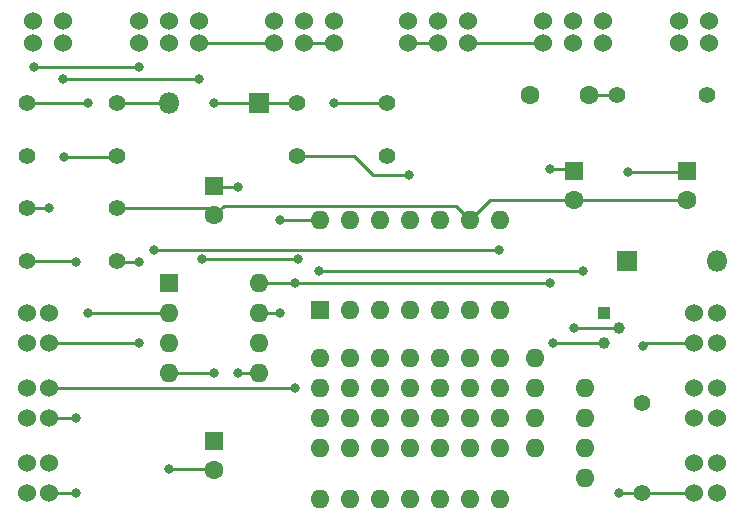
<source format=gbr>
%TF.GenerationSoftware,KiCad,Pcbnew,(2017-09-01 revision 8d1475135)-makepkg*%
%TF.CreationDate,2017-12-27T16:35:41-08:00*%
%TF.ProjectId,workshop_drum1,776F726B73686F705F6472756D312E6B,rev?*%
%TF.SameCoordinates,Original*%
%TF.FileFunction,Copper,L2,Bot,Signal*%
%TF.FilePolarity,Positive*%
%FSLAX46Y46*%
G04 Gerber Fmt 4.6, Leading zero omitted, Abs format (unit mm)*
G04 Created by KiCad (PCBNEW (2017-09-01 revision 8d1475135)-makepkg) date 12/27/17 16:35:41*
%MOMM*%
%LPD*%
G01*
G04 APERTURE LIST*
%TA.AperFunction,ComponentPad*%
%ADD10O,1.600000X1.600000*%
%TD*%
%TA.AperFunction,ComponentPad*%
%ADD11C,1.600000*%
%TD*%
%TA.AperFunction,ComponentPad*%
%ADD12R,1.600000X1.600000*%
%TD*%
%TA.AperFunction,ComponentPad*%
%ADD13C,1.524000*%
%TD*%
%TA.AperFunction,ComponentPad*%
%ADD14O,1.800000X1.800000*%
%TD*%
%TA.AperFunction,ComponentPad*%
%ADD15R,1.800000X1.800000*%
%TD*%
%TA.AperFunction,ComponentPad*%
%ADD16C,1.397000*%
%TD*%
%TA.AperFunction,ComponentPad*%
%ADD17R,1.000000X1.000000*%
%TD*%
%TA.AperFunction,ComponentPad*%
%ADD18C,1.000000*%
%TD*%
%TA.AperFunction,ViaPad*%
%ADD19C,0.800000*%
%TD*%
%TA.AperFunction,Conductor*%
%ADD20C,0.250000*%
%TD*%
G04 APERTURE END LIST*
D10*
%TO.P,EnvelopeAndVoltageStarve1,1*%
%TO.N,Net-(EnvelopeAndVoltageStarve1-Pad1)*%
X49149000Y6387030D03*
X49149000Y8927030D03*
X49149000Y11467030D03*
X49149000Y3847030D03*
%TD*%
D11*
%TO.P,C2,2*%
%TO.N,GND*%
X17780000Y26075000D03*
D12*
%TO.P,C2,1*%
%TO.N,Net-(C2-Pad1)*%
X17780000Y28575000D03*
%TD*%
D10*
%TO.P,PathToSwitch1,1*%
%TO.N,Net-(Osc_Select1-Pad3)*%
X44932600Y8890000D03*
X44932600Y11430000D03*
X44932600Y13970000D03*
X44932600Y6350000D03*
%TD*%
%TO.P,IN1,1*%
%TO.N,Net-(IN1-Pad1)*%
X26771600Y13970000D03*
X26771600Y6350000D03*
X26771600Y8890000D03*
X26771600Y11430000D03*
%TD*%
%TO.P,IN2,1*%
%TO.N,Net-(IN2-Pad1)*%
X31851600Y11430000D03*
X31851600Y8890000D03*
X31851600Y6350000D03*
X31851600Y13970000D03*
%TD*%
%TO.P,IN3,1*%
%TO.N,Net-(IN3-Pad1)*%
X36931600Y13970000D03*
X36931600Y6350000D03*
X36931600Y8890000D03*
X36931600Y11430000D03*
%TD*%
%TO.P,OUT1,1*%
%TO.N,Net-(OUT1-Pad1)*%
X29311600Y11430000D03*
X29311600Y8890000D03*
X29311600Y6350000D03*
X29311600Y13970000D03*
%TD*%
%TO.P,OUT2,1*%
%TO.N,Net-(OUT2-Pad1)*%
X34391600Y13970000D03*
X34391600Y6350000D03*
X34391600Y8890000D03*
X34391600Y11430000D03*
%TD*%
%TO.P,OUT3,1*%
%TO.N,Net-(OUT3-Pad1)*%
X39471600Y11430000D03*
X39471600Y8890000D03*
X39471600Y6350000D03*
X39471600Y13970000D03*
%TD*%
%TO.P,GND1,1*%
%TO.N,Net-(GND1-Pad1)*%
X42011600Y11430000D03*
X42011600Y8890000D03*
X42011600Y6350000D03*
X42011600Y13970000D03*
%TD*%
%TO.P,GND2,1*%
%TO.N,Net-(GND1-Pad1)*%
X29311600Y2057400D03*
X31851600Y2057400D03*
X34391600Y2057400D03*
X26771600Y2057400D03*
X36931600Y2057400D03*
X42011600Y2057400D03*
X39471600Y2057400D03*
%TD*%
D13*
%TO.P,ON/OFF_LED1,*%
%TO.N,*%
X60325000Y15240000D03*
X60325000Y17780000D03*
%TO.P,ON/OFF_LED1,1*%
%TO.N,Net-(ON/OFF_LED1-Pad1)*%
X58420000Y15240000D03*
%TO.P,ON/OFF_LED1,2*%
%TO.N,Net-(D1-Pad2)*%
X58420000Y17780000D03*
%TD*%
%TO.P,Trig_LED1,2*%
%TO.N,Net-(Trig_LED1-Pad2)*%
X3810000Y15240000D03*
%TO.P,Trig_LED1,1*%
%TO.N,Net-(R8-Pad2)*%
X3810000Y17780000D03*
%TO.P,Trig_LED1,*%
%TO.N,*%
X1905000Y15240000D03*
X1905000Y17780000D03*
%TD*%
D11*
%TO.P,C5,1*%
%TO.N,Net-(C5-Pad1)*%
X49530000Y36258500D03*
%TO.P,C5,2*%
%TO.N,Net-(C5-Pad2)*%
X44530000Y36258500D03*
%TD*%
%TO.P,C4,2*%
%TO.N,GND*%
X17780000Y4485000D03*
D12*
%TO.P,C4,1*%
%TO.N,Net-(C4-Pad1)*%
X17780000Y6985000D03*
%TD*%
%TO.P,C1,1*%
%TO.N,Net-(C1-Pad1)*%
X57785000Y29845000D03*
D11*
%TO.P,C1,2*%
%TO.N,GND*%
X57785000Y27345000D03*
%TD*%
D12*
%TO.P,C3,1*%
%TO.N,+5V*%
X48260000Y29845000D03*
D11*
%TO.P,C3,2*%
%TO.N,GND*%
X48260000Y27345000D03*
%TD*%
D14*
%TO.P,D2,2*%
%TO.N,Net-(D2-Pad2)*%
X13970000Y35560000D03*
D15*
%TO.P,D2,1*%
%TO.N,Net-(C2-Pad1)*%
X21590000Y35560000D03*
%TD*%
%TO.P,D1,1*%
%TO.N,Net-(C1-Pad1)*%
X52705000Y22225000D03*
D14*
%TO.P,D1,2*%
%TO.N,Net-(D1-Pad2)*%
X60325000Y22225000D03*
%TD*%
D16*
%TO.P,R8,2*%
%TO.N,Net-(R8-Pad2)*%
X1905000Y26670000D03*
%TO.P,R8,1*%
%TO.N,GND*%
X9525000Y26670000D03*
%TD*%
%TO.P,R7,1*%
%TO.N,Net-(C5-Pad1)*%
X51879500Y36258500D03*
%TO.P,R7,2*%
%TO.N,Net-(J3-Pad1)*%
X59499500Y36258500D03*
%TD*%
%TO.P,R6,2*%
%TO.N,Net-(PITCH1-Pad1)*%
X32385000Y31115000D03*
%TO.P,R6,1*%
%TO.N,Net-(C4-Pad1)*%
X24765000Y31115000D03*
%TD*%
%TO.P,R5,1*%
%TO.N,Net-(DECAY1-Pad2)*%
X32385000Y35560000D03*
%TO.P,R5,2*%
%TO.N,Net-(C2-Pad1)*%
X24765000Y35560000D03*
%TD*%
%TO.P,R4,2*%
%TO.N,Net-(R2-Pad1)*%
X1905000Y35560000D03*
%TO.P,R4,1*%
%TO.N,Net-(D2-Pad2)*%
X9525000Y35560000D03*
%TD*%
%TO.P,R3,1*%
%TO.N,Net-(ON/OFF_LED1-Pad1)*%
X53975000Y10160000D03*
%TO.P,R3,2*%
%TO.N,GND*%
X53975000Y2540000D03*
%TD*%
%TO.P,R2,2*%
%TO.N,GND*%
X9525000Y31115000D03*
%TO.P,R2,1*%
%TO.N,Net-(R2-Pad1)*%
X1905000Y31115000D03*
%TD*%
%TO.P,R1,1*%
%TO.N,Net-(J2-Pad1)*%
X9525000Y22225000D03*
%TO.P,R1,2*%
%TO.N,Net-(Button_ON1-Pad1)*%
X1905000Y22225000D03*
%TD*%
D17*
%TO.P,U3,1*%
%TO.N,Net-(C1-Pad1)*%
X50800000Y17780000D03*
D18*
%TO.P,U3,3*%
%TO.N,+5V*%
X50800000Y15240000D03*
%TO.P,U3,2*%
%TO.N,GND*%
X52070000Y16510000D03*
%TD*%
D13*
%TO.P,J1,1*%
%TO.N,Net-(J1-Pad1)*%
X58420000Y5080000D03*
%TO.P,J1,2*%
%TO.N,GND*%
X58420000Y2540000D03*
%TO.P,J1,*%
%TO.N,*%
X60325000Y5080000D03*
X60325000Y2540000D03*
%TD*%
%TO.P,J2,*%
%TO.N,*%
X5016500Y42545000D03*
X2476500Y42545000D03*
%TO.P,J2,2*%
%TO.N,GND*%
X5016500Y40640000D03*
%TO.P,J2,1*%
%TO.N,Net-(J2-Pad1)*%
X2476500Y40640000D03*
%TD*%
%TO.P,J3,1*%
%TO.N,Net-(J3-Pad1)*%
X57150000Y40640000D03*
%TO.P,J3,2*%
%TO.N,GND*%
X59690000Y40640000D03*
%TO.P,J3,*%
%TO.N,*%
X57150000Y42545000D03*
X59690000Y42545000D03*
%TD*%
%TO.P,DECAY1,*%
%TO.N,*%
X25400000Y42545000D03*
X22860000Y42545000D03*
%TO.P,DECAY1,2*%
%TO.N,Net-(DECAY1-Pad2)*%
X25400000Y40640000D03*
%TO.P,DECAY1,1*%
%TO.N,GND*%
X22860000Y40640000D03*
%TO.P,DECAY1,3*%
%TO.N,Net-(DECAY1-Pad2)*%
X27940000Y40640000D03*
%TO.P,DECAY1,*%
%TO.N,*%
X27940000Y42545000D03*
%TD*%
%TO.P,PITCH1,*%
%TO.N,*%
X39306500Y42545000D03*
%TO.P,PITCH1,3*%
%TO.N,Net-(Osc_Select1-Pad1)*%
X39306500Y40640000D03*
%TO.P,PITCH1,1*%
%TO.N,Net-(PITCH1-Pad1)*%
X34226500Y40640000D03*
%TO.P,PITCH1,2*%
X36766500Y40640000D03*
%TO.P,PITCH1,*%
%TO.N,*%
X34226500Y42545000D03*
X36766500Y42545000D03*
%TD*%
%TO.P,SENSE/STARVE1,*%
%TO.N,*%
X13970000Y42545000D03*
X11430000Y42545000D03*
%TO.P,SENSE/STARVE1,2*%
%TO.N,Net-(SENSE/STARVE1-Pad2)*%
X13970000Y40640000D03*
%TO.P,SENSE/STARVE1,1*%
%TO.N,Net-(J2-Pad1)*%
X11430000Y40640000D03*
%TO.P,SENSE/STARVE1,3*%
%TO.N,GND*%
X16510000Y40640000D03*
%TO.P,SENSE/STARVE1,*%
%TO.N,*%
X16510000Y42545000D03*
%TD*%
%TO.P,Osc_Select1,*%
%TO.N,*%
X48196500Y42545000D03*
X45656500Y42545000D03*
%TO.P,Osc_Select1,2*%
%TO.N,Net-(C5-Pad2)*%
X48196500Y40640000D03*
%TO.P,Osc_Select1,1*%
%TO.N,Net-(Osc_Select1-Pad1)*%
X45656500Y40640000D03*
%TO.P,Osc_Select1,3*%
%TO.N,Net-(Osc_Select1-Pad3)*%
X50736500Y40640000D03*
%TO.P,Osc_Select1,*%
%TO.N,*%
X50736500Y42545000D03*
%TD*%
%TO.P,Button_ON1,1*%
%TO.N,Net-(Button_ON1-Pad1)*%
X3810000Y2540000D03*
%TO.P,Button_ON1,2*%
%TO.N,+5V*%
X3810000Y5080000D03*
%TO.P,Button_ON1,*%
%TO.N,*%
X1905000Y2540000D03*
X1905000Y5080000D03*
%TD*%
%TO.P,PWR2,*%
%TO.N,*%
X60325000Y8890000D03*
X60325000Y11430000D03*
%TO.P,PWR2,2*%
%TO.N,Net-(J1-Pad1)*%
X58420000Y8890000D03*
%TO.P,PWR2,1*%
%TO.N,Net-(D1-Pad2)*%
X58420000Y11430000D03*
%TD*%
%TO.P,Switch_On1,1*%
%TO.N,Net-(Button_ON1-Pad1)*%
X3810000Y8890000D03*
%TO.P,Switch_On1,2*%
%TO.N,+5V*%
X3810000Y11430000D03*
%TO.P,Switch_On1,*%
%TO.N,*%
X1905000Y8890000D03*
X1905000Y11430000D03*
%TD*%
D10*
%TO.P,U2,14*%
%TO.N,Net-(EnvelopeAndVoltageStarve1-Pad1)*%
X26771600Y25654000D03*
%TO.P,U2,7*%
%TO.N,Net-(GND1-Pad1)*%
X42011600Y18034000D03*
%TO.P,U2,13*%
%TO.N,Net-(U2-Pad13)*%
X29311600Y25654000D03*
%TO.P,U2,6*%
%TO.N,Net-(OUT3-Pad1)*%
X39471600Y18034000D03*
%TO.P,U2,12*%
%TO.N,Net-(U2-Pad12)*%
X31851600Y25654000D03*
%TO.P,U2,5*%
%TO.N,Net-(IN3-Pad1)*%
X36931600Y18034000D03*
%TO.P,U2,11*%
%TO.N,Net-(C4-Pad1)*%
X34391600Y25654000D03*
%TO.P,U2,4*%
%TO.N,Net-(OUT2-Pad1)*%
X34391600Y18034000D03*
%TO.P,U2,10*%
%TO.N,Net-(Osc_Select1-Pad1)*%
X36931600Y25654000D03*
%TO.P,U2,3*%
%TO.N,Net-(IN2-Pad1)*%
X31851600Y18034000D03*
%TO.P,U2,9*%
%TO.N,GND*%
X39471600Y25654000D03*
%TO.P,U2,2*%
%TO.N,Net-(OUT1-Pad1)*%
X29311600Y18034000D03*
%TO.P,U2,8*%
%TO.N,Net-(Trig_LED1-Pad2)*%
X42011600Y25654000D03*
D12*
%TO.P,U2,1*%
%TO.N,Net-(IN1-Pad1)*%
X26771600Y18034000D03*
%TD*%
%TO.P,U1,1*%
%TO.N,Net-(D2-Pad2)*%
X13970000Y20320000D03*
D10*
%TO.P,U1,5*%
%TO.N,Net-(C2-Pad1)*%
X21590000Y12700000D03*
%TO.P,U1,2*%
%TO.N,Net-(R2-Pad1)*%
X13970000Y17780000D03*
%TO.P,U1,6*%
%TO.N,Net-(EnvelopeAndVoltageStarve1-Pad1)*%
X21590000Y15240000D03*
%TO.P,U1,3*%
%TO.N,Net-(SENSE/STARVE1-Pad2)*%
X13970000Y15240000D03*
%TO.P,U1,7*%
%TO.N,Net-(EnvelopeAndVoltageStarve1-Pad1)*%
X21590000Y17780000D03*
%TO.P,U1,4*%
%TO.N,GND*%
X13970000Y12700000D03*
%TO.P,U1,8*%
%TO.N,+5V*%
X21590000Y20320000D03*
%TD*%
D19*
%TO.N,Net-(EnvelopeAndVoltageStarve1-Pad1)*%
X26670000Y21336000D03*
X49022000Y21336000D03*
X23368000Y25654000D03*
X23368000Y17780000D03*
%TO.N,Net-(Button_ON1-Pad1)*%
X6096000Y8890000D03*
X6096000Y2540000D03*
X6096000Y22098000D03*
%TO.N,+5V*%
X46228000Y29972000D03*
X46482000Y15240000D03*
X46228000Y20320000D03*
X24638000Y20320000D03*
X24638000Y11430000D03*
%TO.N,Net-(J2-Pad1)*%
X11430000Y38608000D03*
X2540000Y38608000D03*
X11430000Y22098000D03*
%TO.N,GND*%
X52070000Y2540000D03*
X48260000Y16510000D03*
X17780000Y12700000D03*
X13970000Y4572000D03*
X16510000Y37592000D03*
X5016500Y37592000D03*
X5080000Y30988000D03*
%TO.N,Net-(DECAY1-Pad2)*%
X27940000Y35560000D03*
%TO.N,Net-(C1-Pad1)*%
X52832000Y29718000D03*
%TO.N,Net-(R2-Pad1)*%
X7112000Y35560000D03*
X7112000Y17780000D03*
%TO.N,Net-(ON/OFF_LED1-Pad1)*%
X54102000Y14986000D03*
%TO.N,Net-(C2-Pad1)*%
X19812000Y28448000D03*
X19812000Y12700000D03*
X17780000Y35560000D03*
%TO.N,Net-(C4-Pad1)*%
X16764000Y22352000D03*
X24892000Y22352000D03*
X34290000Y29464000D03*
%TO.N,Net-(R8-Pad2)*%
X3810000Y26670000D03*
%TO.N,Net-(Trig_LED1-Pad2)*%
X41910000Y23114000D03*
X12700000Y23114000D03*
X11430000Y15240000D03*
%TD*%
D20*
%TO.N,Net-(EnvelopeAndVoltageStarve1-Pad1)*%
X49022000Y21336000D02*
X26670000Y21336000D01*
X23368000Y25654000D02*
X26771600Y25654000D01*
X21590000Y17780000D02*
X23368000Y17780000D01*
%TO.N,Net-(Button_ON1-Pad1)*%
X3810000Y8890000D02*
X6096000Y8890000D01*
X6096000Y2540000D02*
X3810000Y2540000D01*
X1905000Y22225000D02*
X5969000Y22225000D01*
X5969000Y22225000D02*
X6096000Y22098000D01*
%TO.N,+5V*%
X46228000Y29972000D02*
X48133000Y29972000D01*
X48133000Y29972000D02*
X48260000Y29845000D01*
X46482000Y15240000D02*
X50800000Y15240000D01*
X24638000Y20320000D02*
X46228000Y20320000D01*
X24638000Y20320000D02*
X21590000Y20320000D01*
X3810000Y11430000D02*
X24638000Y11430000D01*
%TO.N,Net-(Osc_Select1-Pad1)*%
X39306500Y40640000D02*
X40384130Y40640000D01*
X40384130Y40640000D02*
X45656500Y40640000D01*
%TO.N,Net-(J2-Pad1)*%
X2540000Y38608000D02*
X11430000Y38608000D01*
X11430000Y22098000D02*
X9652000Y22098000D01*
X9652000Y22098000D02*
X9525000Y22225000D01*
%TO.N,GND*%
X52070000Y2540000D02*
X53975000Y2540000D01*
X52070000Y16510000D02*
X48260000Y16510000D01*
X57785000Y27345000D02*
X56653630Y27345000D01*
X56653630Y27345000D02*
X48260000Y27345000D01*
X58420000Y2540000D02*
X53975000Y2540000D01*
X39471600Y25654000D02*
X41162600Y27345000D01*
X41162600Y27345000D02*
X48260000Y27345000D01*
X17780000Y26075000D02*
X18579999Y26874999D01*
X18579999Y26874999D02*
X38250601Y26874999D01*
X38250601Y26874999D02*
X38671601Y26453999D01*
X38671601Y26453999D02*
X39471600Y25654000D01*
X17780000Y12700000D02*
X17214315Y12700000D01*
X17214315Y12700000D02*
X13970000Y12700000D01*
X13970000Y4572000D02*
X17693000Y4572000D01*
X17693000Y4572000D02*
X17780000Y4485000D01*
X9525000Y26670000D02*
X17185000Y26670000D01*
X17185000Y26670000D02*
X17780000Y26075000D01*
X16510000Y40640000D02*
X22860000Y40640000D01*
X5016500Y37592000D02*
X16510000Y37592000D01*
X5080000Y30988000D02*
X9398000Y30988000D01*
X9398000Y30988000D02*
X9525000Y31115000D01*
%TO.N,Net-(PITCH1-Pad1)*%
X34226500Y40640000D02*
X36766500Y40640000D01*
%TO.N,Net-(DECAY1-Pad2)*%
X27940000Y35560000D02*
X32385000Y35560000D01*
X25400000Y40640000D02*
X26477630Y40640000D01*
X26477630Y40640000D02*
X27940000Y40640000D01*
%TO.N,Net-(C1-Pad1)*%
X52832000Y29718000D02*
X57658000Y29718000D01*
X57658000Y29718000D02*
X57785000Y29845000D01*
%TO.N,Net-(R2-Pad1)*%
X7112000Y35560000D02*
X1905000Y35560000D01*
X13970000Y17780000D02*
X7112000Y17780000D01*
%TO.N,Net-(ON/OFF_LED1-Pad1)*%
X58420000Y15240000D02*
X54356000Y15240000D01*
X54356000Y15240000D02*
X54102000Y14986000D01*
%TO.N,Net-(D2-Pad2)*%
X9525000Y35560000D02*
X10512828Y35560000D01*
X10512828Y35560000D02*
X13970000Y35560000D01*
%TO.N,Net-(C2-Pad1)*%
X19812000Y28448000D02*
X17907000Y28448000D01*
X17907000Y28448000D02*
X17780000Y28575000D01*
X21590000Y12700000D02*
X19812000Y12700000D01*
X21590000Y35560000D02*
X17780000Y35560000D01*
X21590000Y35560000D02*
X24765000Y35560000D01*
%TO.N,Net-(C4-Pad1)*%
X34290000Y29464000D02*
X31242000Y29464000D01*
X31242000Y29464000D02*
X29591000Y31115000D01*
X29591000Y31115000D02*
X24765000Y31115000D01*
X24892000Y22352000D02*
X16764000Y22352000D01*
%TO.N,Net-(C5-Pad1)*%
X49530000Y36258500D02*
X51879500Y36258500D01*
%TO.N,Net-(R8-Pad2)*%
X3810000Y26670000D02*
X1905000Y26670000D01*
%TO.N,Net-(Trig_LED1-Pad2)*%
X12700000Y23114000D02*
X41910000Y23114000D01*
X3810000Y15240000D02*
X11430000Y15240000D01*
%TD*%
M02*

</source>
